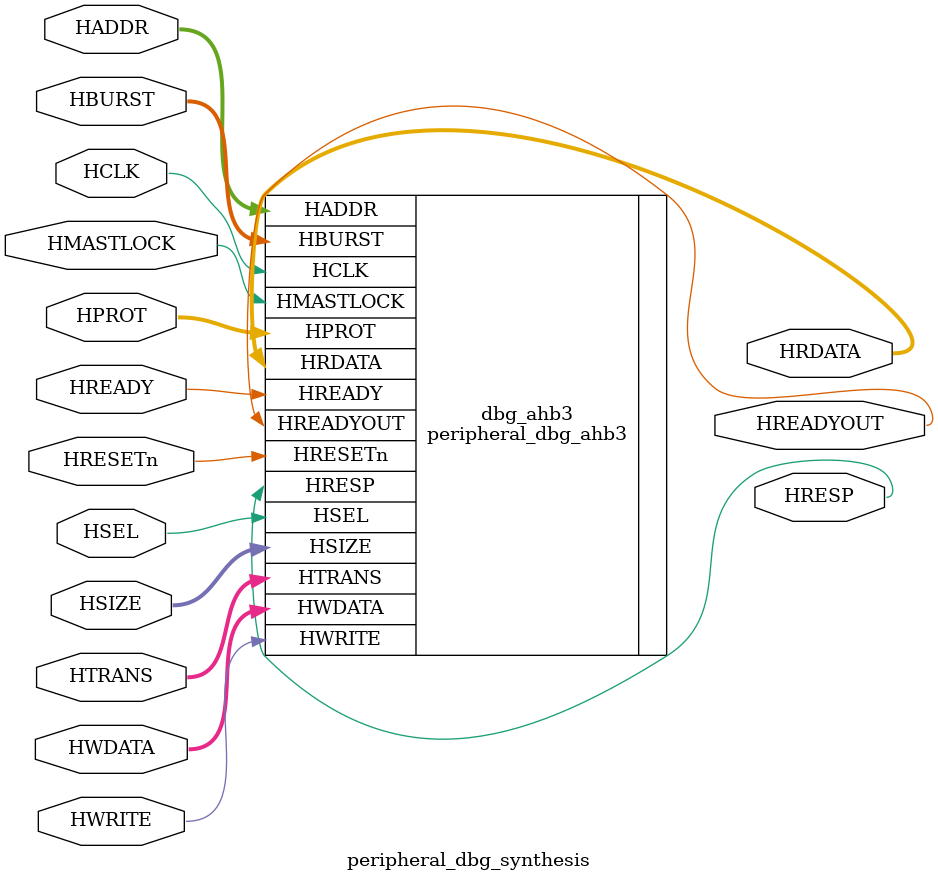
<source format=sv>

/* Copyright (c) 2018-2019 by the author(s)
 *
 * Permission is hereby granted, free of charge, to any person obtaining a copy
 * of this software and associated documentation files (the "Software"), to deal
 * in the Software without restriction, including without limitation the rights
 * to use, copy, modify, merge, publish, distribute, sublicense, and/or sell
 * copies of the Software, and to permit persons to whom the Software is
 * furnished to do so, subject to the following conditions:
 *
 * The above copyright notice and this permission notice shall be included in
 * all copies or substantial portions of the Software.
 *
 * THE SOFTWARE IS PROVIDED "AS IS", WITHOUT WARRANTY OF ANY KIND, EXPRESS OR
 * IMPLIED, INCLUDING BUT NOT LIMITED TO THE WARRANTIES OF MERCHANTABILITY,
 * FITNESS FOR A PARTICULAR PURPOSE AND NONINFRINGEMENT. IN NO EVENT SHALL THE
 * AUTHORS OR COPYRIGHT HOLDERS BE LIABLE FOR ANY CLAIM, DAMAGES OR OTHER
 * LIABILITY, WHETHER IN AN ACTION OF CONTRACT, TORT OR OTHERWISE, ARISING FROM,
 * OUT OF OR IN CONNECTION WITH THE SOFTWARE OR THE USE OR OTHER DEALINGS IN
 * THE SOFTWARE.
 *
 * =============================================================================
 * Author(s):
 *   Paco Reina Campo <pacoreinacampo@queenfield.tech>
 */

module peripheral_dbg_synthesis #(
  parameter MEM_SIZE          = 256,        //Memory in Bytes
  parameter MEM_DEPTH         = 256,        //Memory depth
  parameter PLEN              = 8,
  parameter XLEN              = 32,
  parameter TECHNOLOGY        = "GENERIC",
  parameter REGISTERED_OUTPUT = "NO"
) (
  input HRESETn,
  input HCLK,

  input                 HSEL,
  input      [PLEN-1:0] HADDR,
  input      [XLEN-1:0] HWDATA,
  output reg [XLEN-1:0] HRDATA,
  input                 HWRITE,
  input      [     2:0] HSIZE,
  input      [     2:0] HBURST,
  input      [     3:0] HPROT,
  input      [     1:0] HTRANS,
  input                 HMASTLOCK,
  output reg            HREADYOUT,
  input                 HREADY,
  output                HRESP
);

  //////////////////////////////////////////////////////////////////////////////
  //
  // Module Body
  //

  // DUT AHB3
  peripheral_dbg_ahb3 #(
    .MEM_SIZE         (MEM_SIZE),
    .MEM_DEPTH        (MEM_DEPTH),
    .PLEN             (PLEN),
    .XLEN             (XLEN),
    .TECHNOLOGY       (TECHNOLOGY),
    .REGISTERED_OUTPUT(REGISTERED_OUTPUT)
  ) dbg_ahb3 (
    .HRESETn(HRESETn),
    .HCLK   (HCLK),

    .HSEL     (HSEL),
    .HADDR    (HADDR),
    .HWDATA   (HWDATA),
    .HRDATA   (HRDATA),
    .HWRITE   (HWRITE),
    .HSIZE    (HSIZE),
    .HBURST   (HBURST),
    .HPROT    (HPROT),
    .HTRANS   (HTRANS),
    .HMASTLOCK(HMASTLOCK),
    .HREADYOUT(HREADYOUT),
    .HREADY   (HREADY),
    .HRESP    (HRESP)
  );
endmodule

</source>
